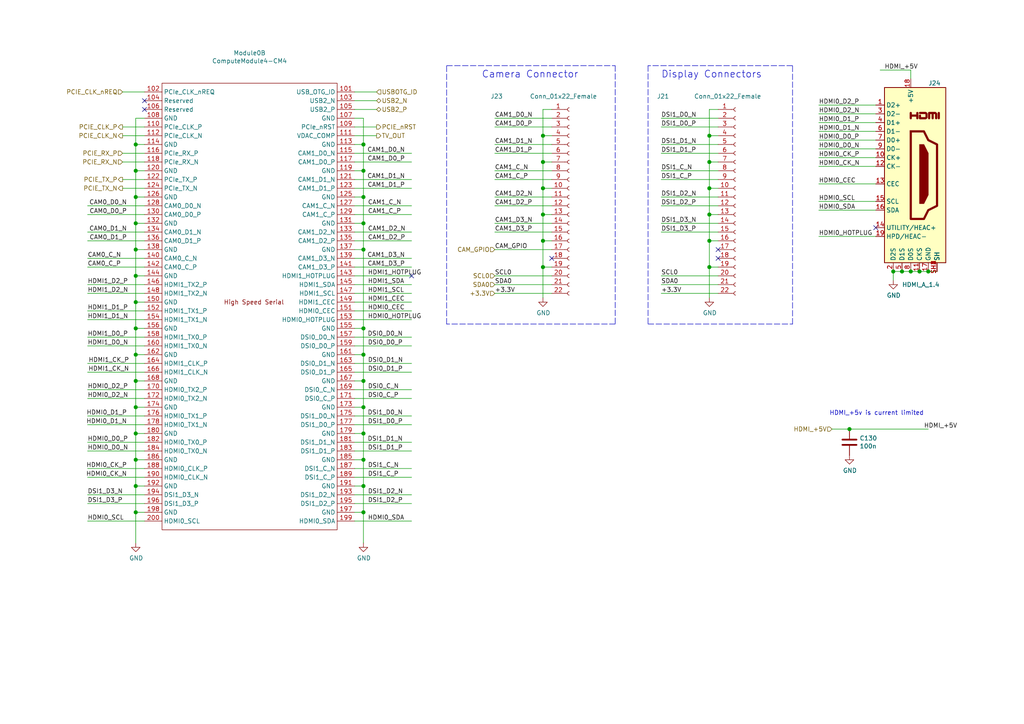
<source format=kicad_sch>
(kicad_sch (version 20230121) (generator eeschema)
  (paper "A4")
  (title_block (title "Penta-Pi") (date "2022-09-05") (rev "2.0") (comment 1 "fjc"))
  (lib_symbols
    (symbol "CM4IO:ComputeModule4-CM4"
      (property "Reference" "Module" (at 113.03 -68.58 0))
      (property "Value" "ComputeModule4-CM4" (at 140.97 2.54 0))
      (property "Special" "Hirose" (at 0 0 0))
      (symbol "ComputeModule4-CM4_1_0"
        (text "GPIO" (at 0 6.35 0) (effects (font (size 1.27 1.27))))
      )
      (symbol "ComputeModule4-CM4_1_1"
        (rectangle (start -30.48 -71.12) (end 25.4 58.42))
        (text "600mA Max" (at -8.89 -53.34 0) (effects (font (size 1.27 1.27))))
        (text "600mA Max" (at -8.89 -48.26 0) (effects (font (size 1.27 1.27))))
        (text "NB SD signals are only available" (at -1.27 -27.94 0) (effects (font (size 1.27 1.27))))
        (text "on modules without eMMC" (at -1.27 -30.48 0) (effects (font (size 1.27 1.27))))
        (pin power_in line (at 27.94 55.88 180) (length 2.54) (name "GND") (number "1"))
        (pin passive line (at -33.02 45.72 0) (length 2.54) (name "Ethernet_Pair0_N") (number "10"))
        (pin output line (at -33.02 -68.58 0) (length 2.54) (name "nEXTRST") (number "100"))
        (pin passive line (at 27.94 43.18 180) (length 2.54) (name "Ethernet_Pair2_P") (number "11"))
        (pin passive line (at -33.02 43.18 0) (length 2.54) (name "Ethernet_Pair0_P") (number "12"))
        (pin power_in line (at 27.94 40.64 180) (length 2.54) (name "GND") (number "13"))
        (pin power_in line (at -33.02 40.64 0) (length 2.54) (name "GND") (number "14"))
        (pin output line (at 27.94 38.1 180) (length 2.54) (name "Ethernet_nLED3(3.3v)") (number "15"))
        (pin input line (at -33.02 38.1 0) (length 2.54) (name "Ethernet_SYNC_IN(1.8v)") (number "16"))
        (pin output line (at 27.94 35.56 180) (length 2.54) (name "Ethernet_nLED2(3.3v)") (number "17"))
        (pin input line (at -33.02 35.56 0) (length 2.54) (name "Ethernet_SYNC_OUT(1.8v)") (number "18"))
        (pin output line (at 27.94 33.02 180) (length 2.54) (name "Ethernet_nLED1(3.3v)") (number "19"))
        (pin power_in line (at -33.02 55.88 0) (length 2.54) (name "GND") (number "2"))
        (pin passive line (at -33.02 33.02 0) (length 2.54) (name "EEPROM_nWP") (number "20"))
        (pin open_collector line (at 27.94 30.48 180) (length 2.54) (name "PI_nLED_Activity") (number "21"))
        (pin power_in line (at -33.02 30.48 0) (length 2.54) (name "GND") (number "22"))
        (pin power_in line (at 27.94 27.94 180) (length 2.54) (name "GND") (number "23"))
        (pin passive line (at -33.02 27.94 0) (length 2.54) (name "GPIO26") (number "24"))
        (pin passive line (at 27.94 25.4 180) (length 2.54) (name "GPIO21") (number "25"))
        (pin passive line (at -33.02 25.4 0) (length 2.54) (name "GPIO19") (number "26"))
        (pin passive line (at 27.94 22.86 180) (length 2.54) (name "GPIO20") (number "27"))
        (pin passive line (at -33.02 22.86 0) (length 2.54) (name "GPIO13") (number "28"))
        (pin passive line (at 27.94 20.32 180) (length 2.54) (name "GPIO16") (number "29"))
        (pin passive line (at 27.94 53.34 180) (length 2.54) (name "Ethernet_Pair3_P") (number "3"))
        (pin passive line (at -33.02 20.32 0) (length 2.54) (name "GPIO6") (number "30"))
        (pin passive line (at 27.94 17.78 180) (length 2.54) (name "GPIO12") (number "31"))
        (pin power_in line (at -33.02 17.78 0) (length 2.54) (name "GND") (number "32"))
        (pin power_in line (at 27.94 15.24 180) (length 2.54) (name "GND") (number "33"))
        (pin passive line (at -33.02 15.24 0) (length 2.54) (name "GPIO5") (number "34"))
        (pin passive line (at 27.94 12.7 180) (length 2.54) (name "ID_SC") (number "35"))
        (pin passive line (at -33.02 12.7 0) (length 2.54) (name "ID_SD") (number "36"))
        (pin passive line (at 27.94 10.16 180) (length 2.54) (name "GPIO7") (number "37"))
        (pin passive line (at -33.02 10.16 0) (length 2.54) (name "GPIO11") (number "38"))
        (pin passive line (at 27.94 7.62 180) (length 2.54) (name "GPIO8") (number "39"))
        (pin passive line (at -33.02 53.34 0) (length 2.54) (name "Ethernet_Pair1_P") (number "4"))
        (pin passive line (at -33.02 7.62 0) (length 2.54) (name "GPIO9") (number "40"))
        (pin passive line (at 27.94 5.08 180) (length 2.54) (name "GPIO25") (number "41"))
        (pin power_in line (at -33.02 5.08 0) (length 2.54) (name "GND") (number "42"))
        (pin power_in line (at 27.94 2.54 180) (length 2.54) (name "GND") (number "43"))
        (pin passive line (at -33.02 2.54 0) (length 2.54) (name "GPIO10") (number "44"))
        (pin passive line (at 27.94 0 180) (length 2.54) (name "GPIO24") (number "45"))
        (pin passive line (at -33.02 0 0) (length 2.54) (name "GPIO22") (number "46"))
        (pin passive line (at 27.94 -2.54 180) (length 2.54) (name "GPIO23") (number "47"))
        (pin passive line (at -33.02 -2.54 0) (length 2.54) (name "GPIO27") (number "48"))
        (pin passive line (at 27.94 -5.08 180) (length 2.54) (name "GPIO18") (number "49"))
        (pin passive line (at 27.94 50.8 180) (length 2.54) (name "Ethernet_Pair3_N") (number "5"))
        (pin passive line (at -33.02 -5.08 0) (length 2.54) (name "GPIO17") (number "50"))
        (pin passive line (at 27.94 -7.62 180) (length 2.54) (name "GPIO15") (number "51"))
        (pin power_in line (at -33.02 -7.62 0) (length 2.54) (name "GND") (number "52"))
        (pin power_in line (at 27.94 -10.16 180) (length 2.54) (name "GND") (number "53"))
        (pin passive line (at -33.02 -10.16 0) (length 2.54) (name "GPIO4") (number "54"))
        (pin passive line (at 27.94 -12.7 180) (length 2.54) (name "GPIO14") (number "55"))
        (pin passive line (at -33.02 -12.7 0) (length 2.54) (name "GPIO3") (number "56"))
        (pin passive line (at 27.94 -15.24 180) (length 2.54) (name "SD_CLK") (number "57"))
        (pin passive line (at -33.02 -15.24 0) (length 2.54) (name "GPIO2") (number "58"))
        (pin power_in line (at 27.94 -17.78 180) (length 2.54) (name "GND") (number "59"))
        (pin passive line (at -33.02 50.8 0) (length 2.54) (name "Ethernet_Pair1_N") (number "6"))
        (pin power_in line (at -33.02 -17.78 0) (length 2.54) (name "GND") (number "60"))
        (pin passive line (at 27.94 -20.32 180) (length 2.54) (name "SD_DAT3") (number "61"))
        (pin passive line (at -33.02 -20.32 0) (length 2.54) (name "SD_CMD") (number "62"))
        (pin passive line (at 27.94 -22.86 180) (length 2.54) (name "SD_DAT0") (number "63"))
        (pin passive line (at -33.02 -22.86 0) (length 2.54) (name "SD_DAT5") (number "64"))
        (pin power_in line (at 27.94 -25.4 180) (length 2.54) (name "GND") (number "65"))
        (pin power_in line (at -33.02 -25.4 0) (length 2.54) (name "GND") (number "66"))
        (pin passive line (at 27.94 -27.94 180) (length 2.54) (name "SD_DAT1") (number "67"))
        (pin passive line (at -33.02 -27.94 0) (length 2.54) (name "SD_DAT4") (number "68"))
        (pin passive line (at 27.94 -30.48 180) (length 2.54) (name "SD_DAT2") (number "69"))
        (pin power_in line (at 27.94 48.26 180) (length 2.54) (name "GND") (number "7"))
        (pin passive line (at -33.02 -30.48 0) (length 2.54) (name "SD_DAT7") (number "70"))
        (pin power_in line (at 27.94 -33.02 180) (length 2.54) (name "GND") (number "71"))
        (pin passive line (at -33.02 -33.02 0) (length 2.54) (name "SD_DAT6") (number "72"))
        (pin input line (at 27.94 -35.56 180) (length 2.54) (name "SD_VDD_Override") (number "73"))
        (pin power_in line (at -33.02 -35.56 0) (length 2.54) (name "GND") (number "74"))
        (pin output line (at 27.94 -38.1 180) (length 2.54) (name "SD_PWR_ON") (number "75"))
        (pin passive line (at -33.02 -38.1 0) (length 2.54) (name "Reserved") (number "76"))
        (pin power_in line (at 27.94 -40.64 180) (length 2.54) (name "+5v_(Input)") (number "77"))
        (pin power_in line (at -33.02 -40.64 0) (length 2.54) (name "GPIO_VREF(1.8v/3.3v_Input)") (number "78"))
        (pin power_in line (at 27.94 -43.18 180) (length 2.54) (name "+5v_(Input)") (number "79"))
        (pin power_in line (at -33.02 48.26 0) (length 2.54) (name "GND") (number "8"))
        (pin passive line (at -33.02 -43.18 0) (length 2.54) (name "SCL0") (number "80"))
        (pin power_in line (at 27.94 -45.72 180) (length 2.54) (name "+5v_(Input)") (number "81"))
        (pin passive line (at -33.02 -45.72 0) (length 2.54) (name "SDA0") (number "82"))
        (pin power_in line (at 27.94 -48.26 180) (length 2.54) (name "+5v_(Input)") (number "83"))
        (pin power_out line (at -33.02 -48.26 0) (length 2.54) (name "+3.3v_(Output)") (number "84"))
        (pin power_in line (at 27.94 -50.8 180) (length 2.54) (name "+5v_(Input)") (number "85"))
        (pin power_out line (at -33.02 -50.8 0) (length 2.54) (name "+3.3v_(Output)") (number "86"))
        (pin power_in line (at 27.94 -53.34 180) (length 2.54) (name "+5v_(Input)") (number "87"))
        (pin power_out line (at -33.02 -53.34 0) (length 2.54) (name "+1.8v_(Output)") (number "88"))
        (pin power_in line (at 27.94 -55.88 180) (length 2.54) (name "WiFi_nDisable") (number "89"))
        (pin passive line (at 27.94 45.72 180) (length 2.54) (name "Ethernet_Pair2_N") (number "9"))
        (pin power_out line (at -33.02 -55.88 0) (length 2.54) (name "+1.8v_(Output)") (number "90"))
        (pin power_in line (at 27.94 -58.42 180) (length 2.54) (name "BT_nDisable") (number "91"))
        (pin passive line (at -33.02 -58.42 0) (length 2.54) (name "RUN_PG") (number "92"))
        (pin input line (at 27.94 -60.96 180) (length 2.54) (name "nRPIBOOT") (number "93"))
        (pin passive line (at -33.02 -60.96 0) (length 2.54) (name "AnalogIP0") (number "94"))
        (pin output line (at 27.94 -63.5 180) (length 2.54) (name "nPI_LED_PWR") (number "95"))
        (pin passive line (at -33.02 -63.5 0) (length 2.54) (name "AnalogIP1") (number "96"))
        (pin passive line (at 27.94 -66.04 180) (length 2.54) (name "Camera_GPIO") (number "97"))
        (pin power_in line (at -33.02 -66.04 0) (length 2.54) (name "GND") (number "98"))
        (pin input line (at 27.94 -68.58 180) (length 2.54) (name "Global_EN") (number "99"))
      )
      (symbol "ComputeModule4-CM4_2_1"
        (rectangle (start 114.3 -66.04) (end 165.1 63.5))
        (text "High Speed Serial" (at 140.97 0 0) (effects (font (size 1.27 1.27))))
        (pin input line (at 170.18 60.96 180) (length 5.08) (name "USB_OTG_ID") (number "101"))
        (pin input line (at 109.22 60.96 0) (length 5.08) (name "PCIe_CLK_nREQ") (number "102"))
        (pin passive line (at 170.18 58.42 180) (length 5.08) (name "USB2_N") (number "103"))
        (pin passive line (at 109.22 58.42 0) (length 5.08) (name "Reserved") (number "104"))
        (pin passive line (at 170.18 55.88 180) (length 5.08) (name "USB2_P") (number "105"))
        (pin passive line (at 109.22 55.88 0) (length 5.08) (name "Reserved") (number "106"))
        (pin power_in line (at 170.18 53.34 180) (length 5.08) (name "GND") (number "107"))
        (pin power_in line (at 109.22 53.34 0) (length 5.08) (name "GND") (number "108"))
        (pin bidirectional line (at 170.18 50.8 180) (length 5.08) (name "PCIe_nRST") (number "109"))
        (pin output line (at 109.22 50.8 0) (length 5.08) (name "PCIe_CLK_P") (number "110"))
        (pin passive line (at 170.18 48.26 180) (length 5.08) (name "VDAC_COMP") (number "111"))
        (pin output line (at 109.22 48.26 0) (length 5.08) (name "PCIe_CLK_N") (number "112"))
        (pin power_in line (at 170.18 45.72 180) (length 5.08) (name "GND") (number "113"))
        (pin power_in line (at 109.22 45.72 0) (length 5.08) (name "GND") (number "114"))
        (pin input line (at 170.18 43.18 180) (length 5.08) (name "CAM1_D0_N") (number "115"))
        (pin input line (at 109.22 43.18 0) (length 5.08) (name "PCIe_RX_P") (number "116"))
        (pin input line (at 170.18 40.64 180) (length 5.08) (name "CAM1_D0_P") (number "117"))
        (pin input line (at 109.22 40.64 0) (length 5.08) (name "PCIe_RX_N") (number "118"))
        (pin power_in line (at 170.18 38.1 180) (length 5.08) (name "GND") (number "119"))
        (pin power_in line (at 109.22 38.1 0) (length 5.08) (name "GND") (number "120"))
        (pin input line (at 170.18 35.56 180) (length 5.08) (name "CAM1_D1_N") (number "121"))
        (pin output line (at 109.22 35.56 0) (length 5.08) (name "PCIe_TX_P") (number "122"))
        (pin input line (at 170.18 33.02 180) (length 5.08) (name "CAM1_D1_P") (number "123"))
        (pin output line (at 109.22 33.02 0) (length 5.08) (name "PCIe_TX_N") (number "124"))
        (pin power_in line (at 170.18 30.48 180) (length 5.08) (name "GND") (number "125"))
        (pin power_in line (at 109.22 30.48 0) (length 5.08) (name "GND") (number "126"))
        (pin input line (at 170.18 27.94 180) (length 5.08) (name "CAM1_C_N") (number "127"))
        (pin input line (at 109.22 27.94 0) (length 5.08) (name "CAM0_D0_N") (number "128"))
        (pin input line (at 170.18 25.4 180) (length 5.08) (name "CAM1_C_P") (number "129"))
        (pin input line (at 109.22 25.4 0) (length 5.08) (name "CAM0_D0_P") (number "130"))
        (pin power_in line (at 170.18 22.86 180) (length 5.08) (name "GND") (number "131"))
        (pin power_in line (at 109.22 22.86 0) (length 5.08) (name "GND") (number "132"))
        (pin input line (at 170.18 20.32 180) (length 5.08) (name "CAM1_D2_N") (number "133"))
        (pin input line (at 109.22 20.32 0) (length 5.08) (name "CAM0_D1_N") (number "134"))
        (pin input line (at 170.18 17.78 180) (length 5.08) (name "CAM1_D2_P") (number "135"))
        (pin input line (at 109.22 17.78 0) (length 5.08) (name "CAM0_D1_P") (number "136"))
        (pin power_in line (at 170.18 15.24 180) (length 5.08) (name "GND") (number "137"))
        (pin power_in line (at 109.22 15.24 0) (length 5.08) (name "GND") (number "138"))
        (pin input line (at 170.18 12.7 180) (length 5.08) (name "CAM1_D3_N") (number "139"))
        (pin input line (at 109.22 12.7 0) (length 5.08) (name "CAM0_C_N") (number "140"))
        (pin input line (at 170.18 10.16 180) (length 5.08) (name "CAM1_D3_P") (number "141"))
        (pin input line (at 109.22 10.16 0) (length 5.08) (name "CAM0_C_P") (number "142"))
        (pin input line (at 170.18 7.62 180) (length 5.08) (name "HDMI1_HOTPLUG") (number "143"))
        (pin power_in line (at 109.22 7.62 0) (length 5.08) (name "GND") (number "144"))
        (pin bidirectional line (at 170.18 5.08 180) (length 5.08) (name "HDMI1_SDA") (number "145"))
        (pin output line (at 109.22 5.08 0) (length 5.08) (name "HDMI1_TX2_P") (number "146"))
        (pin open_collector line (at 170.18 2.54 180) (length 5.08) (name "HDMI1_SCL") (number "147"))
        (pin output line (at 109.22 2.54 0) (length 5.08) (name "HDMI1_TX2_N") (number "148"))
        (pin open_collector line (at 170.18 0 180) (length 5.08) (name "HDMI1_CEC") (number "149"))
        (pin power_in line (at 109.22 0 0) (length 5.08) (name "GND") (number "150"))
        (pin open_collector line (at 170.18 -2.54 180) (length 5.08) (name "HDMI0_CEC") (number "151"))
        (pin output line (at 109.22 -2.54 0) (length 5.08) (name "HDMI1_TX1_P") (number "152"))
        (pin input line (at 170.18 -5.08 180) (length 5.08) (name "HDMI0_HOTPLUG") (number "153"))
        (pin output line (at 109.22 -5.08 0) (length 5.08) (name "HDMI1_TX1_N") (number "154"))
        (pin power_in line (at 170.18 -7.62 180) (length 5.08) (name "GND") (number "155"))
        (pin power_in line (at 109.22 -7.62 0) (length 5.08) (name "GND") (number "156"))
        (pin output line (at 170.18 -10.16 180) (length 5.08) (name "DSI0_D0_N") (number "157"))
        (pin output line (at 109.22 -10.16 0) (length 5.08) (name "HDMI1_TX0_P") (number "158"))
        (pin output line (at 170.18 -12.7 180) (length 5.08) (name "DSI0_D0_P") (number "159"))
        (pin output line (at 109.22 -12.7 0) (length 5.08) (name "HDMI1_TX0_N") (number "160"))
        (pin power_in line (at 170.18 -15.24 180) (length 5.08) (name "GND") (number "161"))
        (pin power_in line (at 109.22 -15.24 0) (length 5.08) (name "GND") (number "162"))
        (pin output line (at 170.18 -17.78 180) (length 5.08) (name "DSI0_D1_N") (number "163"))
        (pin output line (at 109.22 -17.78 0) (length 5.08) (name "HDMI1_CLK_P") (number "164"))
        (pin output line (at 170.18 -20.32 180) (length 5.08) (name "DSI0_D1_P") (number "165"))
        (pin output line (at 109.22 -20.32 0) (length 5.08) (name "HDMI1_CLK_N") (number "166"))
        (pin power_in line (at 170.18 -22.86 180) (length 5.08) (name "GND") (number "167"))
        (pin power_in line (at 109.22 -22.86 0) (length 5.08) (name "GND") (number "168"))
        (pin output line (at 170.18 -25.4 180) (length 5.08) (name "DSI0_C_N") (number "169"))
        (pin output line (at 109.22 -25.4 0) (length 5.08) (name "HDMI0_TX2_P") (number "170"))
        (pin output line (at 170.18 -27.94 180) (length 5.08) (name "DSI0_C_P") (number "171"))
        (pin output line (at 109.22 -27.94 0) (length 5.08) (name "HDMI0_TX2_N") (number "172"))
        (pin power_in line (at 170.18 -30.48 180) (length 5.08) (name "GND") (number "173"))
        (pin power_in line (at 109.22 -30.48 0) (length 5.08) (name "GND") (number "174"))
        (pin output line (at 170.18 -33.02 180) (length 5.08) (name "DSI1_D0_N") (number "175"))
        (pin output line (at 109.22 -33.02 0) (length 5.08) (name "HDMI0_TX1_P") (number "176"))
        (pin output line (at 170.18 -35.56 180) (length 5.08) (name "DSI1_D0_P") (number "177"))
        (pin output line (at 109.22 -35.56 0) (length 5.08) (name "HDMI0_TX1_N") (number "178"))
        (pin power_in line (at 170.18 -38.1 180) (length 5.08) (name "GND") (number "179"))
        (pin power_in line (at 109.22 -38.1 0) (length 5.08) (name "GND") (number "180"))
        (pin output line (at 170.18 -40.64 180) (length 5.08) (name "DSI1_D1_N") (number "181"))
        (pin output line (at 109.22 -40.64 0) (length 5.08) (name "HDMI0_TX0_P") (number "182"))
        (pin output line (at 170.18 -43.18 180) (length 5.08) (name "DSI1_D1_P") (number "183"))
        (pin output line (at 109.22 -43.18 0) (length 5.08) (name "HDMI0_TX0_N") (number "184"))
        (pin power_in line (at 170.18 -45.72 180) (length 5.08) (name "GND") (number "185"))
        (pin power_in line (at 109.22 -45.72 0) (length 5.08) (name "GND") (number "186"))
        (pin output line (at 170.18 -48.26 180) (length 5.08) (name "DSI1_C_N") (number "187"))
        (pin output line (at 109.22 -48.26 0) (length 5.08) (name "HDMI0_CLK_P") (number "188"))
        (pin output line (at 170.18 -50.8 180) (length 5.08) (name "DSI1_C_P") (number "189"))
        (pin output line (at 109.22 -50.8 0) (length 5.08) (name "HDMI0_CLK_N") (number "190"))
        (pin power_in line (at 170.18 -53.34 180) (length 5.08) (name "GND") (number "191"))
        (pin power_in line (at 109.22 -53.34 0) (length 5.08) (name "GND") (number "192"))
        (pin output line (at 170.18 -55.88 180) (length 5.08) (name "DSI1_D2_N") (number "193"))
        (pin output line (at 109.22 -55.88 0) (length 5.08) (name "DSI1_D3_N") (number "194"))
        (pin output line (at 170.18 -58.42 180) (length 5.08) (name "DSI1_D2_P") (number "195"))
        (pin output line (at 109.22 -58.42 0) (length 5.08) (name "DSI1_D3_P") (number "196"))
        (pin power_in line (at 170.18 -60.96 180) (length 5.08) (name "GND") (number "197"))
        (pin power_in line (at 109.22 -60.96 0) (length 5.08) (name "GND") (number "198"))
        (pin bidirectional line (at 170.18 -63.5 180) (length 5.08) (name "HDMI0_SDA") (number "199"))
        (pin open_collector line (at 109.22 -63.5 0) (length 5.08) (name "HDMI0_SCL") (number "200"))
      )
    )
    (symbol "CM4IO:HDMI_A_1.4"
      (property "Reference" "J" (at -6.35 26.67 0))
      (property "Value" "HDMI_A_1.4" (at 10.16 26.67 0))
      (symbol "HDMI_A_1.4_0_0"
        (polyline (pts (xy 8.128 16.51) (xy 8.128 18.034)) (stroke (width 0.635)))
        (polyline (pts (xy 0 16.51) (xy 0 18.034) (xy 0 17.272) (xy 1.905 17.272) (xy 1.905 18.034) (xy 1.905 16.51)) (stroke (width 0.635)))
        (polyline (pts (xy 2.667 18.034) (xy 4.318 18.034) (xy 4.572 17.78) (xy 4.572 16.764) (xy 4.318 16.51) (xy 2.667 16.51) (xy 2.667 17.272)) (stroke (width 0.635)))
        (pin passive line (at 7.62 -27.94 90) (length 2.54) (name "SH") (number "SH2"))
        (pin passive line (at 7.62 -27.94 90) (length 2.54) (name "SH") (number "SH3"))
        (pin passive line (at 7.62 -27.94 90) (length 2.54) (name "SH") (number "SH4"))
      )
      (symbol "HDMI_A_1.4_0_1"
        (rectangle (start -7.62 25.4) (end 10.16 -25.4) (stroke (width 0.254)) (fill (type background)))
        (polyline (pts (xy 2.54 8.89) (xy 3.81 8.89) (xy 5.08 6.35) (xy 5.08 -5.715) (xy 3.81 -8.255) (xy 2.54 -8.255) (xy 2.54 8.89)) (fill (type outline)))
        (polyline (pts (xy 5.334 16.51) (xy 5.334 18.034) (xy 6.35 18.034) (xy 6.35 16.51) (xy 6.35 18.034) (xy 7.112 18.034) (xy 7.366 17.78) (xy 7.366 16.51)) (stroke (width 0.635)))
        (polyline (pts (xy 0 12.7) (xy 0 -12.7) (xy 3.81 -12.7) (xy 5.08 -10.16) (xy 7.62 -8.89) (xy 7.62 8.89) (xy 5.08 10.16) (xy 3.81 12.7) (xy 0 12.7)) (stroke (width 0.635)))
      )
      (symbol "HDMI_A_1.4_1_1"
        (pin passive line (at -10.16 20.32 0) (length 2.54) (name "D2+") (number "1"))
        (pin passive line (at -10.16 5.08 0) (length 2.54) (name "CK+") (number "10"))
        (pin power_in line (at 2.54 -27.94 90) (length 2.54) (name "CKS") (number "11"))
        (pin passive line (at -10.16 2.54 0) (length 2.54) (name "CK-") (number "12"))
        (pin bidirectional line (at -10.16 -2.54 0) (length 2.54) (name "CEC") (number "13"))
        (pin passive line (at -10.16 -15.24 0) (length 2.54) (name "UTILITY/HEAC+") (number "14"))
        (pin passive line (at -10.16 -7.62 0) (length 2.54) (name "SCL") (number "15"))
        (pin bidirectional line (at -10.16 -10.16 0) (length 2.54) (name "SDA") (number "16"))
        (pin power_in line (at 5.08 -27.94 90) (length 2.54) (name "GND") (number "17"))
        (pin power_in line (at 0 27.94 270) (length 2.54) (name "+5V") (number "18"))
        (pin passive line (at -10.16 -17.78 0) (length 2.54) (name "HPD/HEAC-") (number "19"))
        (pin power_in line (at -5.08 -27.94 90) (length 2.54) (name "D2S") (number "2"))
        (pin passive line (at -10.16 17.78 0) (length 2.54) (name "D2-") (number "3"))
        (pin passive line (at -10.16 15.24 0) (length 2.54) (name "D1+") (number "4"))
        (pin power_in line (at -2.54 -27.94 90) (length 2.54) (name "D1S") (number "5"))
        (pin passive line (at -10.16 12.7 0) (length 2.54) (name "D1-") (number "6"))
        (pin passive line (at -10.16 10.16 0) (length 2.54) (name "D0+") (number "7"))
        (pin power_in line (at 0 -27.94 90) (length 2.54) (name "D0S") (number "8"))
        (pin passive line (at -10.16 7.62 0) (length 2.54) (name "D0-") (number "9"))
        (pin passive line (at 7.62 -27.94 90) (length 2.54) (name "SH") (number "SH1"))
      )
    )
    (symbol "Connector:Conn_01x22_Female" (pin_names (offset 1.016) hide)
      (property "Reference" "J" (at 0 27.94 0))
      (property "Value" "Conn_01x22_Female" (at 0 -30.48 0))
      (symbol "Conn_01x22_Female_1_1"
        (arc (start 0 -27.432) (mid -0.5058 -27.94) (end 0 -28.448) (stroke (width 0.1524)))
        (arc (start 0 -24.892) (mid -0.5058 -25.4) (end 0 -25.908) (stroke (width 0.1524)))
        (arc (start 0 -22.352) (mid -0.5058 -22.86) (end 0 -23.368) (stroke (width 0.1524)))
        (arc (start 0 -19.812) (mid -0.5058 -20.32) (end 0 -20.828) (stroke (width 0.1524)))
        (arc (start 0 -17.272) (mid -0.5058 -17.78) (end 0 -18.288) (stroke (width 0.1524)))
        (arc (start 0 -14.732) (mid -0.5058 -15.24) (end 0 -15.748) (stroke (width 0.1524)))
        (arc (start 0 -12.192) (mid -0.5058 -12.7) (end 0 -13.208) (stroke (width 0.1524)))
        (arc (start 0 -9.652) (mid -0.5058 -10.16) (end 0 -10.668) (stroke (width 0.1524)))
        (arc (start 0 -7.112) (mid -0.5058 -7.62) (end 0 -8.128) (stroke (width 0.1524)))
        (arc (start 0 -4.572) (mid -0.5058 -5.08) (end 0 -5.588) (stroke (width 0.1524)))
        (arc (start 0 -2.032) (mid -0.5058 -2.54) (end 0 -3.048) (stroke (width 0.1524)))
        (polyline (pts (xy -1.27 -27.94) (xy -0.508 -27.94)) (stroke (width 0.1524)))
        (polyline (pts (xy -1.27 -25.4) (xy -0.508 -25.4)) (stroke (width 0.1524)))
        (polyline (pts (xy -1.27 -22.86) (xy -0.508 -22.86)) (stroke (width 0.1524)))
        (polyline (pts (xy -1.27 -20.32) (xy -0.508 -20.32)) (stroke (width 0.1524)))
        (polyline (pts (xy -1.27 -17.78) (xy -0.508 -17.78)) (stroke (width 0.1524)))
        (polyline (pts (xy -1.27 -15.24) (xy -0.508 -15.24)) (stroke (width 0.1524)))
        (polyline (pts (xy -1.27 -12.7) (xy -0.508 -12.7)) (stroke (width 0.1524)))
        (polyline (pts (xy -1.27 -10.16) (xy -0.508 -10.16)) (stroke (width 0.1524)))
        (polyline (pts (xy -1.27 -7.62) (xy -0.508 -7.62)) (stroke (width 0.1524)))
        (polyline (pts (xy -1.27 -5.08) (xy -0.508 -5.08)) (stroke (width 0.1524)))
        (polyline (pts (xy -1.27 -2.54) (xy -0.508 -2.54)) (stroke (width 0.1524)))
        (polyline (pts (xy -1.27 0) (xy -0.508 0)) (stroke (width 0.1524)))
        (polyline (pts (xy -1.27 2.54) (xy -0.508 2.54)) (stroke (width 0.1524)))
        (polyline (pts (xy -1.27 5.08) (xy -0.508 5.08)) (stroke (width 0.1524)))
        (polyline (pts (xy -1.27 7.62) (xy -0.508 7.62)) (stroke (width 0.1524)))
        (polyline (pts (xy -1.27 10.16) (xy -0.508 10.16)) (stroke (width 0.1524)))
        (polyline (pts (xy -1.27 12.7) (xy -0.508 12.7)) (stroke (width 0.1524)))
        (polyline (pts (xy -1.27 15.24) (xy -0.508 15.24)) (stroke (width 0.1524)))
        (polyline (pts (xy -1.27 17.78) (xy -0.508 17.78)) (stroke (width 0.1524)))
        (polyline (pts (xy -1.27 20.32) (xy -0.508 20.32)) (stroke (width 0.1524)))
        (polyline (pts (xy -1.27 22.86) (xy -0.508 22.86)) (stroke (width 0.1524)))
        (polyline (pts (xy -1.27 25.4) (xy -0.508 25.4)) (stroke (width 0.1524)))
        (arc (start 0 0.508) (mid -0.5058 0) (end 0 -0.508) (stroke (width 0.1524)))
        (arc (start 0 3.048) (mid -0.5058 2.54) (end 0 2.032) (stroke (width 0.1524)))
        (arc (start 0 5.588) (mid -0.5058 5.08) (end 0 4.572) (stroke (width 0.1524)))
        (arc (start 0 8.128) (mid -0.5058 7.62) (end 0 7.112) (stroke (width 0.1524)))
        (arc (start 0 10.668) (mid -0.5058 10.16) (end 0 9.652) (stroke (width 0.1524)))
        (arc (start 0 13.208) (mid -0.5058 12.7) (end 0 12.192) (stroke (width 0.1524)))
        (arc (start 0 15.748) (mid -0.5058 15.24) (end 0 14.732) (stroke (width 0.1524)))
        (arc (start 0 18.288) (mid -0.5058 17.78) (end 0 17.272) (stroke (width 0.1524)))
        (arc (start 0 20.828) (mid -0.5058 20.32) (end 0 19.812) (stroke (width 0.1524)))
        (arc (start 0 23.368) (mid -0.5058 22.86) (end 0 22.352) (stroke (width 0.1524)))
        (arc (start 0 25.908) (mid -0.5058 25.4) (end 0 24.892) (stroke (width 0.1524)))
        (pin passive line (at -5.08 25.4 0) (length 3.81) (name "Pin_1") (number "1"))
        (pin passive line (at -5.08 2.54 0) (length 3.81) (name "Pin_10") (number "10"))
        (pin passive line (at -5.08 0 0) (length 3.81) (name "Pin_11") (number "11"))
        (pin passive line (at -5.08 -2.54 0) (length 3.81) (name "Pin_12") (number "12"))
        (pin passive line (at -5.08 -5.08 0) (length 3.81) (name "Pin_13") (number "13"))
        (pin passive line (at -5.08 -7.62 0) (length 3.81) (name "Pin_14") (number "14"))
        (pin passive line (at -5.08 -10.16 0) (length 3.81) (name "Pin_15") (number "15"))
        (pin passive line (at -5.08 -12.7 0) (length 3.81) (name "Pin_16") (number "16"))
        (pin passive line (at -5.08 -15.24 0) (length 3.81) (name "Pin_17") (number "17"))
        (pin passive line (at -5.08 -17.78 0) (length 3.81) (name "Pin_18") (number "18"))
        (pin passive line (at -5.08 -20.32 0) (length 3.81) (name "Pin_19") (number "19"))
        (pin passive line (at -5.08 22.86 0) (length 3.81) (name "Pin_2") (number "2"))
        (pin passive line (at -5.08 -22.86 0) (length 3.81) (name "Pin_20") (number "20"))
        (pin passive line (at -5.08 -25.4 0) (length 3.81) (name "Pin_21") (number "21"))
        (pin passive line (at -5.08 -27.94 0) (length 3.81) (name "Pin_22") (number "22"))
        (pin passive line (at -5.08 20.32 0) (length 3.81) (name "Pin_3") (number "3"))
        (pin passive line (at -5.08 17.78 0) (length 3.81) (name "Pin_4") (number "4"))
        (pin passive line (at -5.08 15.24 0) (length 3.81) (name "Pin_5") (number "5"))
        (pin passive line (at -5.08 12.7 0) (length 3.81) (name "Pin_6") (number "6"))
        (pin passive line (at -5.08 10.16 0) (length 3.81) (name "Pin_7") (number "7"))
        (pin passive line (at -5.08 7.62 0) (length 3.81) (name "Pin_8") (number "8"))
        (pin passive line (at -5.08 5.08 0) (length 3.81) (name "Pin_9") (number "9"))
      )
    )
    (symbol "Device:C" (pin_numbers hide) (pin_names (offset 0.254))
      (property "Reference" "C" (at 0.635 2.54 0))
      (property "Value" "C" (at 0.635 -2.54 0))
      (symbol "C_0_1"
        (polyline (pts (xy -2.032 -0.762) (xy 2.032 -0.762)) (stroke (width 0.508)))
        (polyline (pts (xy -2.032 0.762) (xy 2.032 0.762)) (stroke (width 0.508)))
      )
      (symbol "C_1_1"
        (pin passive line (at 0 3.81 270) (length 2.794) (name "~") (number "1"))
        (pin passive line (at 0 -3.81 90) (length 2.794) (name "~") (number "2"))
      )
    )
    (symbol "power:GND" (power) (pin_names (offset 0))
      (property "Value" "GND" (at 0 -3.81 0))
      (symbol "GND_0_1"
        (polyline (pts (xy 0 0) (xy 0 -1.27) (xy 1.27 -1.27) (xy 0 -2.54) (xy -1.27 -1.27) (xy 0 -1.27)))
      )
      (symbol "GND_1_1"
        (pin power_in line (at 0 0 270) (length 0) hide (name "GND") (number "1"))
      )
    )
  )
  (junction (at 205.74 46.99) (diameter 1.016))
  (junction (at 205.74 69.85) (diameter 1.016))
  (junction (at 157.48 62.23) (diameter 1.016))
  (junction (at 105.41 95.25) (diameter 1.016))
  (junction (at 266.7 78.74) (diameter 1.016))
  (junction (at 39.37 80.01) (diameter 1.016))
  (junction (at 105.41 64.77) (diameter 1.016))
  (junction (at 157.48 77.47) (diameter 1.016))
  (junction (at 39.37 133.35) (diameter 1.016))
  (junction (at 205.74 39.37) (diameter 1.016))
  (junction (at 205.74 54.61) (diameter 1.016))
  (junction (at 157.48 54.61) (diameter 1.016))
  (junction (at 105.41 41.91) (diameter 1.016))
  (junction (at 39.37 125.73) (diameter 1.016))
  (junction (at 269.24 78.74) (diameter 1.016))
  (junction (at 105.41 118.11) (diameter 1.016))
  (junction (at 105.41 49.53) (diameter 1.016))
  (junction (at 105.41 102.87) (diameter 1.016))
  (junction (at 39.37 57.15) (diameter 1.016))
  (junction (at 105.41 72.39) (diameter 1.016))
  (junction (at 205.74 62.23) (diameter 1.016))
  (junction (at 39.37 140.97) (diameter 1.016))
  (junction (at 105.41 125.73) (diameter 1.016))
  (junction (at 157.48 46.99) (diameter 1.016))
  (junction (at 205.74 77.47) (diameter 1.016))
  (junction (at 246.38 124.46) (diameter 1.016))
  (junction (at 105.41 110.49) (diameter 1.016))
  (junction (at 39.37 110.49) (diameter 1.016))
  (junction (at 264.16 78.74) (diameter 1.016))
  (junction (at 105.41 140.97) (diameter 1.016))
  (junction (at 39.37 64.77) (diameter 1.016))
  (junction (at 105.41 148.59) (diameter 1.016))
  (junction (at 157.48 39.37) (diameter 1.016))
  (junction (at 39.37 41.91) (diameter 1.016))
  (junction (at 259.08 78.74) (diameter 1.016))
  (junction (at 39.37 87.63) (diameter 1.016))
  (junction (at 39.37 148.59) (diameter 1.016))
  (junction (at 39.37 49.53) (diameter 1.016))
  (junction (at 105.41 133.35) (diameter 1.016))
  (junction (at 261.62 78.74) (diameter 1.016))
  (junction (at 39.37 118.11) (diameter 1.016))
  (junction (at 157.48 69.85) (diameter 1.016))
  (junction (at 39.37 95.25) (diameter 1.016))
  (junction (at 39.37 72.39) (diameter 1.016))
  (junction (at 105.41 57.15) (diameter 1.016))
  (junction (at 39.37 102.87) (diameter 1.016))
  (no_connect (at 208.28 74.93))
  (no_connect (at 119.38 80.01))
  (no_connect (at 254 66.04))
  (no_connect (at 41.91 29.21))
  (no_connect (at 41.91 31.75))
  (no_connect (at 208.28 72.39))
  (no_connect (at 160.02 74.93))
  (wire (pts (xy 25.4 143.51) (xy 41.91 143.51)))
  (wire (pts (xy 157.48 77.47) (xy 157.48 86.36)))
  (wire (pts (xy 39.37 49.53) (xy 41.91 49.53)))
  (wire (pts (xy 25.4 92.71) (xy 41.91 92.71)))
  (wire (pts (xy 39.37 125.73) (xy 41.91 125.73)))
  (wire (pts (xy 143.51 34.29) (xy 160.02 34.29)))
  (wire (pts (xy 119.38 128.27) (xy 102.87 128.27)))
  (wire (pts (xy 41.91 107.95) (xy 25.4 107.95)))
  (wire (pts (xy 41.91 67.31) (xy 25.4 67.31)))
  (wire (pts (xy 102.87 143.51) (xy 119.38 143.51)))
  (wire (pts (xy 102.87 105.41) (xy 119.38 105.41)))
  (wire (pts (xy 119.38 100.33) (xy 102.87 100.33)))
  (wire (pts (xy 39.37 133.35) (xy 41.91 133.35)))
  (wire (pts (xy 143.51 44.45) (xy 160.02 44.45)))
  (wire (pts (xy 39.37 110.49) (xy 39.37 118.11)))
  (wire (pts (xy 205.74 31.75) (xy 205.74 39.37)))
  (wire (pts (xy 237.49 35.56) (xy 254 35.56)))
  (wire (pts (xy 157.48 69.85) (xy 160.02 69.85)))
  (polyline (pts (xy 178.435 93.98) (xy 129.54 93.98)) (stroke (width 0) (type dash)))
  (wire (pts (xy 102.87 31.75) (xy 109.22 31.75)))
  (wire (pts (xy 109.22 26.67) (xy 102.87 26.67)))
  (wire (pts (xy 241.3 124.46) (xy 246.38 124.46)))
  (wire (pts (xy 41.91 44.45) (xy 35.56 44.45)))
  (wire (pts (xy 143.51 57.15) (xy 160.02 57.15)))
  (wire (pts (xy 205.74 46.99) (xy 205.74 54.61)))
  (wire (pts (xy 105.41 140.97) (xy 105.41 148.59)))
  (wire (pts (xy 237.49 33.02) (xy 254 33.02)))
  (wire (pts (xy 255.27 20.32) (xy 264.16 20.32)))
  (wire (pts (xy 41.91 140.97) (xy 39.37 140.97)))
  (wire (pts (xy 237.49 58.42) (xy 254 58.42)))
  (wire (pts (xy 105.41 110.49) (xy 105.41 118.11)))
  (wire (pts (xy 105.41 41.91) (xy 105.41 34.29)))
  (wire (pts (xy 102.87 69.85) (xy 119.38 69.85)))
  (wire (pts (xy 41.91 148.59) (xy 39.37 148.59)))
  (wire (pts (xy 237.49 40.64) (xy 254 40.64)))
  (wire (pts (xy 102.87 80.01) (xy 119.38 80.01)))
  (wire (pts (xy 25.4 115.57) (xy 41.91 115.57)))
  (wire (pts (xy 25.4 130.81) (xy 41.91 130.81)))
  (wire (pts (xy 102.87 59.69) (xy 119.38 59.69)))
  (wire (pts (xy 143.51 36.83) (xy 160.02 36.83)))
  (wire (pts (xy 205.74 39.37) (xy 208.28 39.37)))
  (wire (pts (xy 205.74 62.23) (xy 208.28 62.23)))
  (wire (pts (xy 119.38 54.61) (xy 102.87 54.61)))
  (wire (pts (xy 102.87 113.03) (xy 119.38 113.03)))
  (wire (pts (xy 205.74 69.85) (xy 205.74 77.47)))
  (wire (pts (xy 119.38 52.07) (xy 102.87 52.07)))
  (wire (pts (xy 39.37 57.15) (xy 41.91 57.15)))
  (wire (pts (xy 41.91 62.23) (xy 25.4 62.23)))
  (wire (pts (xy 102.87 135.89) (xy 119.38 135.89)))
  (wire (pts (xy 39.37 95.25) (xy 41.91 95.25)))
  (wire (pts (xy 39.37 118.11) (xy 39.37 125.73)))
  (wire (pts (xy 102.87 125.73) (xy 105.41 125.73)))
  (polyline (pts (xy 187.96 93.98) (xy 229.87 93.98)) (stroke (width 0) (type dash)))
  (wire (pts (xy 39.37 95.25) (xy 39.37 102.87)))
  (wire (pts (xy 39.37 87.63) (xy 41.91 87.63)))
  (wire (pts (xy 205.74 77.47) (xy 205.74 86.36)))
  (wire (pts (xy 39.37 118.11) (xy 41.91 118.11)))
  (wire (pts (xy 119.38 74.93) (xy 102.87 74.93)))
  (wire (pts (xy 143.51 64.77) (xy 160.02 64.77)))
  (wire (pts (xy 157.48 54.61) (xy 160.02 54.61)))
  (wire (pts (xy 39.37 133.35) (xy 39.37 140.97)))
  (wire (pts (xy 143.51 52.07) (xy 160.02 52.07)))
  (wire (pts (xy 269.24 78.74) (xy 271.78 78.74)))
  (wire (pts (xy 102.87 146.05) (xy 119.38 146.05)))
  (wire (pts (xy 160.02 31.75) (xy 157.48 31.75)))
  (wire (pts (xy 237.49 53.34) (xy 254 53.34)))
  (wire (pts (xy 237.49 43.18) (xy 254 43.18)))
  (wire (pts (xy 157.48 69.85) (xy 157.48 77.47)))
  (wire (pts (xy 205.74 46.99) (xy 208.28 46.99)))
  (wire (pts (xy 105.41 64.77) (xy 105.41 57.15)))
  (wire (pts (xy 41.91 138.43) (xy 25.4 138.43)))
  (wire (pts (xy 105.41 34.29) (xy 102.87 34.29)))
  (wire (pts (xy 102.87 67.31) (xy 119.38 67.31)))
  (wire (pts (xy 157.48 62.23) (xy 157.48 69.85)))
  (wire (pts (xy 39.37 102.87) (xy 39.37 110.49)))
  (wire (pts (xy 205.74 39.37) (xy 205.74 46.99)))
  (wire (pts (xy 160.02 85.09) (xy 143.51 85.09)))
  (wire (pts (xy 105.41 72.39) (xy 105.41 64.77)))
  (wire (pts (xy 25.4 128.27) (xy 41.91 128.27)))
  (wire (pts (xy 25.4 77.47) (xy 41.91 77.47)))
  (wire (pts (xy 119.38 44.45) (xy 102.87 44.45)))
  (wire (pts (xy 237.49 48.26) (xy 254 48.26)))
  (wire (pts (xy 191.77 36.83) (xy 208.28 36.83)))
  (polyline (pts (xy 129.54 93.98) (xy 129.54 19.05)) (stroke (width 0) (type dash)))
  (wire (pts (xy 41.91 123.19) (xy 25.4 123.19)))
  (wire (pts (xy 39.37 34.29) (xy 39.37 41.91)))
  (wire (pts (xy 143.51 67.31) (xy 160.02 67.31)))
  (wire (pts (xy 25.4 151.13) (xy 41.91 151.13)))
  (wire (pts (xy 157.48 54.61) (xy 157.48 62.23)))
  (wire (pts (xy 157.48 77.47) (xy 160.02 77.47)))
  (wire (pts (xy 25.4 97.79) (xy 41.91 97.79)))
  (wire (pts (xy 119.38 97.79) (xy 102.87 97.79)))
  (wire (pts (xy 41.91 46.99) (xy 35.56 46.99)))
  (wire (pts (xy 105.41 102.87) (xy 105.41 110.49)))
  (wire (pts (xy 102.87 64.77) (xy 105.41 64.77)))
  (wire (pts (xy 191.77 41.91) (xy 208.28 41.91)))
  (wire (pts (xy 102.87 133.35) (xy 105.41 133.35)))
  (wire (pts (xy 102.87 49.53) (xy 105.41 49.53)))
  (wire (pts (xy 102.87 36.83) (xy 109.22 36.83)))
  (wire (pts (xy 102.87 140.97) (xy 105.41 140.97)))
  (wire (pts (xy 119.38 77.47) (xy 102.87 77.47)))
  (wire (pts (xy 237.49 30.48) (xy 254 30.48)))
  (wire (pts (xy 205.74 54.61) (xy 205.74 62.23)))
  (wire (pts (xy 191.77 34.29) (xy 208.28 34.29)))
  (wire (pts (xy 205.74 62.23) (xy 205.74 69.85)))
  (wire (pts (xy 102.87 102.87) (xy 105.41 102.87)))
  (wire (pts (xy 35.56 52.07) (xy 41.91 52.07)))
  (wire (pts (xy 191.77 44.45) (xy 208.28 44.45)))
  (wire (pts (xy 208.28 82.55) (xy 191.77 82.55)))
  (wire (pts (xy 119.38 123.19) (xy 102.87 123.19)))
  (wire (pts (xy 35.56 54.61) (xy 41.91 54.61)))
  (polyline (pts (xy 187.96 19.05) (xy 187.96 93.98)) (stroke (width 0) (type dash)))
  (wire (pts (xy 264.16 20.32) (xy 264.16 22.86)))
  (wire (pts (xy 143.51 59.69) (xy 160.02 59.69)))
  (wire (pts (xy 208.28 85.09) (xy 191.77 85.09)))
  (wire (pts (xy 41.91 34.29) (xy 39.37 34.29)))
  (wire (pts (xy 102.87 92.71) (xy 119.38 92.71)))
  (wire (pts (xy 157.48 39.37) (xy 160.02 39.37)))
  (wire (pts (xy 143.51 49.53) (xy 160.02 49.53)))
  (wire (pts (xy 191.77 52.07) (xy 208.28 52.07)))
  (wire (pts (xy 102.87 95.25) (xy 105.41 95.25)))
  (wire (pts (xy 157.48 46.99) (xy 157.48 54.61)))
  (wire (pts (xy 191.77 57.15) (xy 208.28 57.15)))
  (wire (pts (xy 105.41 95.25) (xy 105.41 102.87)))
  (polyline (pts (xy 229.87 19.05) (xy 187.96 19.05)) (stroke (width 0) (type dash)))
  (wire (pts (xy 25.4 113.03) (xy 41.91 113.03)))
  (wire (pts (xy 266.7 78.74) (xy 269.24 78.74)))
  (wire (pts (xy 41.91 69.85) (xy 25.4 69.85)))
  (wire (pts (xy 102.87 72.39) (xy 105.41 72.39)))
  (wire (pts (xy 25.4 100.33) (xy 41.91 100.33)))
  (wire (pts (xy 237.49 60.96) (xy 254 60.96)))
  (wire (pts (xy 143.51 41.91) (xy 160.02 41.91)))
  (wire (pts (xy 39.37 72.39) (xy 41.91 72.39)))
  (wire (pts (xy 41.91 59.69) (xy 25.4 59.69)))
  (wire (pts (xy 25.4 90.17) (xy 41.91 90.17)))
  (wire (pts (xy 25.4 82.55) (xy 41.91 82.55)))
  (wire (pts (xy 102.87 118.11) (xy 105.41 118.11)))
  (wire (pts (xy 105.41 125.73) (xy 105.41 133.35)))
  (wire (pts (xy 119.38 120.65) (xy 102.87 120.65)))
  (polyline (pts (xy 229.87 93.98) (xy 229.87 19.05)) (stroke (width 0) (type dash)))
  (polyline (pts (xy 129.54 19.05) (xy 178.435 19.05)) (stroke (width 0) (type dash)))
  (wire (pts (xy 102.87 138.43) (xy 119.38 138.43)))
  (wire (pts (xy 102.87 110.49) (xy 105.41 110.49)))
  (wire (pts (xy 157.48 31.75) (xy 157.48 39.37)))
  (wire (pts (xy 102.87 82.55) (xy 119.38 82.55)))
  (wire (pts (xy 143.51 72.39) (xy 160.02 72.39)))
  (wire (pts (xy 157.48 46.99) (xy 160.02 46.99)))
  (wire (pts (xy 39.37 72.39) (xy 39.37 80.01)))
  (wire (pts (xy 119.38 46.99) (xy 102.87 46.99)))
  (wire (pts (xy 39.37 125.73) (xy 39.37 133.35)))
  (wire (pts (xy 39.37 80.01) (xy 39.37 87.63)))
  (wire (pts (xy 105.41 57.15) (xy 105.41 49.53)))
  (wire (pts (xy 160.02 80.01) (xy 143.51 80.01)))
  (wire (pts (xy 102.87 148.59) (xy 105.41 148.59)))
  (wire (pts (xy 39.37 87.63) (xy 39.37 95.25)))
  (wire (pts (xy 191.77 49.53) (xy 208.28 49.53)))
  (wire (pts (xy 157.48 39.37) (xy 157.48 46.99)))
  (wire (pts (xy 35.56 36.83) (xy 41.91 36.83)))
  (wire (pts (xy 102.87 90.17) (xy 119.38 90.17)))
  (wire (pts (xy 39.37 102.87) (xy 41.91 102.87)))
  (polyline (pts (xy 178.435 19.05) (xy 178.435 93.98)) (stroke (width 0) (type dash)))
  (wire (pts (xy 102.87 41.91) (xy 105.41 41.91)))
  (wire (pts (xy 191.77 59.69) (xy 208.28 59.69)))
  (wire (pts (xy 35.56 39.37) (xy 41.91 39.37)))
  (wire (pts (xy 39.37 49.53) (xy 39.37 57.15)))
  (wire (pts (xy 246.38 124.46) (xy 269.24 124.46)))
  (wire (pts (xy 205.74 54.61) (xy 208.28 54.61)))
  (wire (pts (xy 35.56 26.67) (xy 41.91 26.67)))
  (wire (pts (xy 157.48 62.23) (xy 160.02 62.23)))
  (wire (pts (xy 39.37 110.49) (xy 41.91 110.49)))
  (wire (pts (xy 41.91 105.41) (xy 25.4 105.41)))
  (wire (pts (xy 39.37 148.59) (xy 39.37 157.48)))
  (wire (pts (xy 208.28 80.01) (xy 191.77 80.01)))
  (wire (pts (xy 105.41 72.39) (xy 105.41 95.25)))
  (wire (pts (xy 39.37 80.01) (xy 41.91 80.01)))
  (wire (pts (xy 39.37 41.91) (xy 39.37 49.53)))
  (wire (pts (xy 39.37 41.91) (xy 41.91 41.91)))
  (wire (pts (xy 39.37 57.15) (xy 39.37 64.77)))
  (wire (pts (xy 259.08 78.74) (xy 261.62 78.74)))
  (wire (pts (xy 25.4 74.93) (xy 41.91 74.93)))
  (wire (pts (xy 41.91 120.65) (xy 25.4 120.65)))
  (wire (pts (xy 237.49 45.72) (xy 254 45.72)))
  (wire (pts (xy 237.49 38.1) (xy 254 38.1)))
  (wire (pts (xy 105.41 133.35) (xy 105.41 140.97)))
  (wire (pts (xy 264.16 78.74) (xy 266.7 78.74)))
  (wire (pts (xy 102.87 115.57) (xy 119.38 115.57)))
  (wire (pts (xy 208.28 31.75) (xy 205.74 31.75)))
  (wire (pts (xy 237.49 68.58) (xy 254 68.58)))
  (wire (pts (xy 41.91 135.89) (xy 25.4 135.89)))
  (wire (pts (xy 261.62 78.74) (xy 264.16 78.74)))
  (wire (pts (xy 102.87 151.13) (xy 119.38 151.13)))
  (wire (pts (xy 105.41 148.59) (xy 105.41 157.48)))
  (wire (pts (xy 160.02 82.55) (xy 143.51 82.55)))
  (wire (pts (xy 191.77 64.77) (xy 208.28 64.77)))
  (wire (pts (xy 102.87 85.09) (xy 119.38 85.09)))
  (wire (pts (xy 102.87 107.95) (xy 119.38 107.95)))
  (wire (pts (xy 102.87 29.21) (xy 109.22 29.21)))
  (wire (pts (xy 259.08 78.74) (xy 259.08 81.28)))
  (wire (pts (xy 102.87 39.37) (xy 109.22 39.37)))
  (wire (pts (xy 39.37 140.97) (xy 39.37 148.59)))
  (wire (pts (xy 39.37 64.77) (xy 39.37 72.39)))
  (wire (pts (xy 205.74 77.47) (xy 208.28 77.47)))
  (wire (pts (xy 191.77 67.31) (xy 208.28 67.31)))
  (wire (pts (xy 25.4 85.09) (xy 41.91 85.09)))
  (wire (pts (xy 105.41 49.53) (xy 105.41 41.91)))
  (wire (pts (xy 25.4 146.05) (xy 41.91 146.05)))
  (wire (pts (xy 39.37 64.77) (xy 41.91 64.77)))
  (wire (pts (xy 119.38 130.81) (xy 102.87 130.81)))
  (wire (pts (xy 102.87 57.15) (xy 105.41 57.15)))
  (wire (pts (xy 102.87 62.23) (xy 119.38 62.23)))
  (wire (pts (xy 102.87 87.63) (xy 119.38 87.63)))
  (wire (pts (xy 205.74 69.85) (xy 208.28 69.85)))
  (wire (pts (xy 105.41 118.11) (xy 105.41 125.73)))
  (text "Display Connectors" (at 191.77 22.86 0) (effects (font (size 2.0066 2.0066)) (justify left bottom)))
  (text "HDMI_+5v is current limited" (at 267.97 120.65 0) (effects (font (size 1.27 1.27)) (justify right bottom)))
  (text "Camera Connector" (at 139.7 22.86 0) (effects (font (size 2.007 2.007)) (justify left bottom)))
  (label "HDMI1_D1_N" (at 25.4 92.71 0))
  (label "DSI0_D1_N" (at 106.68 105.41 0))
  (label "DSI1_D2_P" (at 191.77 59.69 0))
  (label "HDMI0_CEC" (at 106.68 90.17 0))
  (label "DSI1_D1_P" (at 116.84 130.81 180))
  (label "HDMI1_SDA" (at 106.68 82.55 0))
  (label "DSI1_D1_P" (at 191.77 44.45 0))
  (label "CAM1_D1_N" (at 117.475 52.07 180))
  (label "DSI1_D3_P" (at 191.77 67.31 0))
  (label "DSI1_D1_N" (at 116.84 128.27 180))
  (label "HDMI0_SCL" (at 25.4 151.13 0))
  (label "HDMI0_D1_P" (at 36.83 120.65 180))
  (label "DSI1_C_N" (at 106.68 135.89 0))
  (label "+3.3V" (at 191.77 85.09 0))
  (label "DSI1_D3_N" (at 191.77 64.77 0))
  (label "CAM1_D3_P" (at 117.475 77.47 180))
  (label "HDMI0_D2_P" (at 237.49 30.48 0))
  (label "CAM1_D1_P" (at 143.51 44.45 0))
  (label "HDMI0_D1_N" (at 237.49 38.1 0))
  (label "HDMI0_CEC" (at 237.49 53.34 0))
  (label "HDMI0_SCL" (at 237.49 58.42 0))
  (label "HDMI1_D1_P" (at 25.4 90.17 0))
  (label "DSI1_D3_P" (at 25.4 146.05 0))
  (label "HDMI1_HOTPLUG" (at 106.68 80.01 0))
  (label "DSI1_D3_N" (at 25.4 143.51 0))
  (label "HDMI0_HOTPLUG" (at 106.68 92.71 0))
  (label "DSI1_D1_N" (at 191.77 41.91 0))
  (label "DSI1_D2_N" (at 106.68 143.51 0))
  (label "CAM1_C_P" (at 143.51 52.07 0))
  (label "HDMI0_D2_N" (at 25.4 115.57 0))
  (label "HDMI0_SDA" (at 106.68 151.13 0))
  (label "CAM0_D1_P" (at 36.83 69.85 180))
  (label "HDMI1_CK_N" (at 37.465 107.95 180))
  (label "DSI0_D0_N" (at 116.84 97.79 180))
  (label "DSI1_C_N" (at 191.77 49.53 0))
  (label "CAM0_C_P" (at 25.4 77.47 0))
  (label "HDMI1_D0_N" (at 25.4 100.33 0))
  (label "HDMI0_CK_N" (at 237.49 48.26 0))
  (label "CAM0_D1_N" (at 36.83 67.31 180))
  (label "DSI1_D2_N" (at 191.77 57.15 0))
  (label "HDMI0_CK_P" (at 237.49 45.72 0))
  (label "DSI1_D0_P" (at 191.77 36.83 0))
  (label "HDMI0_HOTPLUG" (at 237.49 68.58 0))
  (label "CAM1_D2_P" (at 106.68 69.85 0))
  (label "CAM1_D3_N" (at 117.475 74.93 180))
  (label "HDMI1_SCL" (at 106.68 85.09 0))
  (label "HDMI0_D0_N" (at 25.4 130.81 0))
  (label "CAM0_C_N" (at 25.4 74.93 0))
  (label "HDMI0_D1_N" (at 36.83 123.19 180))
  (label "DSI0_C_P" (at 106.68 115.57 0))
  (label "CAM_GPIO" (at 143.51 72.39 0))
  (label "SDA0" (at 143.51 82.55 0))
  (label "DSI0_C_N" (at 106.68 113.03 0))
  (label "HDMI1_D2_P" (at 25.4 82.55 0))
  (label "CAM1_D0_N" (at 117.475 44.45 180))
  (label "CAM1_C_P" (at 106.68 62.23 0))
  (label "CAM1_D0_P" (at 117.475 46.99 180))
  (label "DSI0_D1_P" (at 106.68 107.95 0))
  (label "DSI1_C_P" (at 106.68 138.43 0))
  (label "CAM1_D0_P" (at 143.51 36.83 0))
  (label "HDMI0_D2_P" (at 25.4 113.03 0))
  (label "SCL0" (at 143.51 80.01 0))
  (label "HDMI0_D1_P" (at 237.49 35.56 0))
  (label "HDMI_+5V" (at 256.54 20.32 0))
  (label "DSI1_D2_P" (at 106.68 146.05 0))
  (label "HDMI0_CK_N" (at 36.83 138.43 180))
  (label "DSI1_C_P" (at 191.77 52.07 0))
  (label "CAM1_C_N" (at 143.51 49.53 0))
  (label "CAM0_D0_N" (at 36.83 59.69 180))
  (label "SDA0" (at 191.77 82.55 0))
  (label "HDMI1_CK_P" (at 37.465 105.41 180))
  (label "HDMI0_SDA" (at 237.49 60.96 0))
  (label "SCL0" (at 191.77 80.01 0))
  (label "HDMI1_D0_P" (at 25.4 97.79 0))
  (label "DSI1_D0_P" (at 116.84 123.19 180))
  (label "CAM1_D2_P" (at 143.51 59.69 0))
  (label "DSI1_D0_N" (at 116.84 120.65 180))
  (label "HDMI_+5V" (at 267.97 124.46 0))
  (label "DSI1_D0_N" (at 191.77 34.29 0))
  (label "CAM1_D0_N" (at 143.51 34.29 0))
  (label "HDMI0_D0_P" (at 237.49 40.64 0))
  (label "CAM1_D2_N" (at 106.68 67.31 0))
  (label "CAM1_D1_P" (at 117.475 54.61 180))
  (label "CAM1_D2_N" (at 143.51 57.15 0))
  (label "+3.3V" (at 143.51 85.09 0))
  (label "HDMI1_D2_N" (at 25.4 85.09 0))
  (label "HDMI1_CEC" (at 106.68 87.63 0))
  (label "HDMI0_D0_N" (at 237.49 43.18 0))
  (label "CAM1_D1_N" (at 143.51 41.91 0))
  (label "CAM1_D3_P" (at 143.51 67.31 0))
  (label "HDMI0_D0_P" (at 25.4 128.27 0))
  (label "CAM1_D3_N" (at 143.51 64.77 0))
  (label "HDMI0_CK_P" (at 36.83 135.89 180))
  (label "CAM0_D0_P" (at 36.83 62.23 180))
  (label "CAM1_C_N" (at 106.68 59.69 0))
  (label "DSI0_D0_P" (at 116.84 100.33 180))
  (label "HDMI0_D2_N" (at 237.49 33.02 0))
  (hierarchical_label "+3.3V" (shape input) (at 143.51 85.09 180))
  (hierarchical_label "SCL0" (shape input) (at 143.51 80.01 180))
  (hierarchical_label "PCIE_CLK_P" (shape output) (at 35.56 36.83 180))
  (hierarchical_label "USB2_N" (shape bidirectional) (at 109.22 29.21 0))
  (hierarchical_label "HDMI_+5V" (shape input) (at 241.3 124.46 180))
  (hierarchical_label "TV_OUT" (shape output) (at 109.22 39.37 0))
  (hierarchical_label "PCIE_TX_N" (shape output) (at 35.56 54.61 180))
  (hierarchical_label "SDA0" (shape input) (at 143.51 82.55 180))
  (hierarchical_label "PCIE_TX_P" (shape output) (at 35.56 52.07 180))
  (hierarchical_label "PCIE_RX_N" (shape input) (at 35.56 46.99 180))
  (hierarchical_label "PCIE_CLK_nREQ" (shape input) (at 35.56 26.67 180))
  (hierarchical_label "PCIE_CLK_N" (shape output) (at 35.56 39.37 180))
  (hierarchical_label "PCIE_nRST" (shape output) (at 109.22 36.83 0))
  (hierarchical_label "PCIE_RX_P" (shape input) (at 35.56 44.45 180))
  (hierarchical_label "USBOTG_ID" (shape input) (at 109.22 26.67 0))
  (hierarchical_label "CAM_GPIO" (shape input) (at 143.51 72.39 180))
  (hierarchical_label "USB2_P" (shape bidirectional) (at 109.22 31.75 0))
  (symbol (lib_id "power:GND") (at 259.08 81.28 0) (unit 1)
    (property "Reference" "#PWR090" (effects hide))
    (property "Value" "GND" (at 259.207 85.6742 0))
  )
  (symbol (lib_id "power:GND") (at 105.41 157.48 0) (unit 1)
    (property "Reference" "#PWR086" (effects hide))
    (property "Value" "GND" (at 105.537 161.8742 0))
  )
  (symbol (lib_id "power:GND") (at 39.37 157.48 0) (unit 1)
    (property "Reference" "#PWR085" (effects hide))
    (property "Value" "GND" (at 39.497 161.8742 0))
  )
  (symbol (lib_id "power:GND") (at 157.48 86.36 0) (unit 1)
    (property "Reference" "#PWR087" (effects hide))
    (property "Value" "GND" (at 157.607 90.7542 0))
  )
  (symbol (lib_id "power:GND") (at 205.74 86.36 0) (unit 1)
    (property "Reference" "#PWR088" (effects hide))
    (property "Value" "GND" (at 205.867 90.7542 0))
  )
  (symbol (lib_id "Connector:Conn_01x22_Female") (at 165.1 57.15 0) (unit 1)
    (property "Reference" "J23" (at 142.24 27.94 0) (effects (justify left)))
    (property "Value" "Conn_01x22_Female" (at 153.67 27.94 0) (effects (justify left)))
    (property "Footprint" "CM4IO:Hirose_FH12-22S-0.5SV55_P0.5mm_Vertical" (effects hide))
    (property "Datasheet" "https://www.hirose.com/product/document?clcode=&productname=&series=FH12&documenttype=Catalog&lang=en&documentid=D31648_en" (effects hide))
    (property "Part Description" "22 Contact Surface Mount 0.5mm SMD,P=0.5mm FFC/FPC Connectors" (effects hide))
    (property "Manuf Partno" "FH12-22S-0.5SV(55)" (effects hide))
  )
  (symbol (lib_id "Connector:Conn_01x22_Female") (at 213.36 57.15 0) (unit 1)
    (property "Reference" "J21" (at 190.5 27.94 0) (effects (justify left)))
    (property "Value" "Conn_01x22_Female" (at 201.295 27.94 0) (effects (justify left)))
    (property "Footprint" "CM4IO:Hirose_FH12-22S-0.5SV55_P0.5mm_Vertical" (effects hide))
    (property "Datasheet" "https://www.hirose.com/product/document?clcode=&productname=&series=FH12&documenttype=Catalog&lang=en&documentid=D31648_en" (effects hide))
    (property "Part Description" "22 Contact Surface Mount 0.5mm SMD,P=0.5mm FFC/FPC Connectors" (effects hide))
    (property "Manuf Partno" "FH12-22S-0.5SV(55)" (effects hide))
  )
  (symbol (lib_id "CM4IO:HDMI_A_1.4") (at 264.16 50.8 0) (unit 1)
    (property "Reference" "J24" (at 269.24 24.13 0) (effects (justify left)))
    (property "Value" "HDMI_A_1.4" (at 261.62 82.55 0) (effects (justify left)))
    (property "Footprint" "CM4IO:EDAC 690-019-298-412" (effects hide))
    (property "Datasheet" "http://www.amphenol-icc.com/media/wysiwyg/files/drawing/10029449.pdf" (effects hide))
    (property "LCSC Part Number" "C720616" (effects hide))
  )
  (symbol (lib_id "Device:C") (at 246.38 128.27 0) (unit 1)
    (property "Reference" "C130" (at 249.301 127.1016 0) (effects (justify left)))
    (property "Value" "100n" (at 249.301 129.413 0) (effects (justify left)))
    (property "Footprint" "Capacitor_SMD:C_0402_1005Metric" (effects hide))
    (property "Datasheet" "https://search.murata.co.jp/Ceramy/image/img/A01X/G101/ENG/GRM21BR71A106KA73-01.pdf" (effects hide))
    (property "LCSC Part Number" "C1525" (effects hide))
  )
  (symbol (lib_id "power:GND") (at 246.38 132.08 0) (unit 1)
    (property "Reference" "#PWR089" (effects hide))
    (property "Value" "GND" (at 246.507 136.4742 0))
  )
  (symbol (lib_id "CM4IO:ComputeModule4-CM4") (at -67.31 87.63 0) (unit 2)
    (property "Reference" "Module0" (at 72.39 15.367 0))
    (property "Value" "ComputeModule4-CM4" (at 72.39 17.6784 0))
    (property "Footprint" "CM4IO:Raspberry-Pi-4-Compute-Module" (effects hide))
  )
)
</source>
